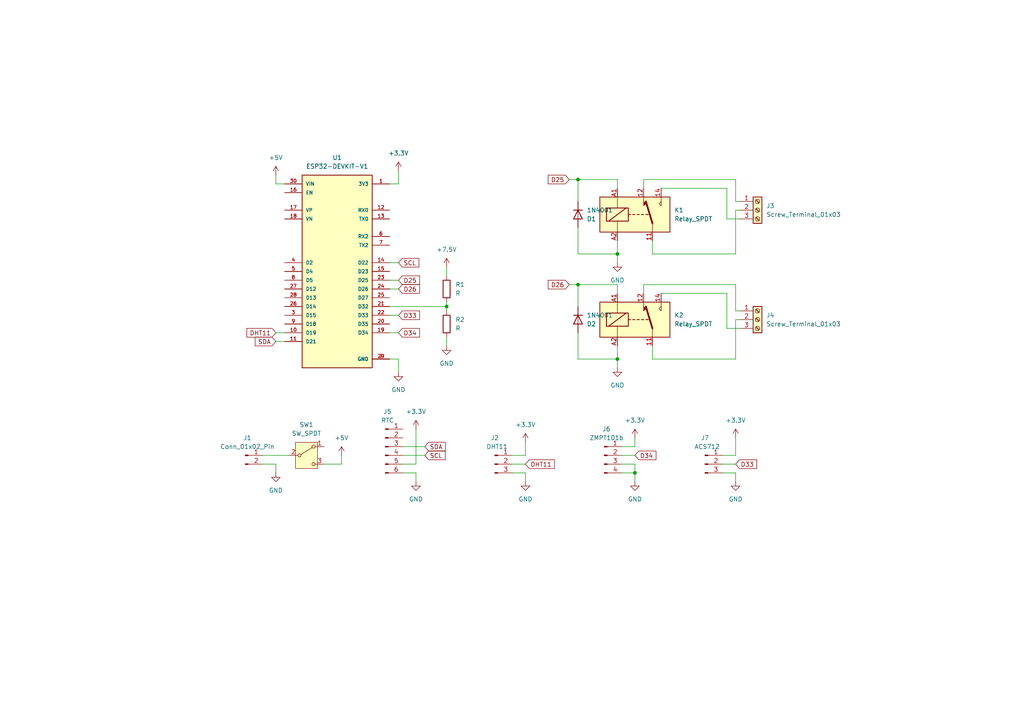
<source format=kicad_sch>
(kicad_sch (version 20231120) (generator "eeschema") (generator_version "8.0")
  (paper "A4")
  (title_block (title "SMART BUILDING") (date "2024-10-28") (company "GriyaTech") (comment 3 " "))
  (lib_symbols
    (symbol "Connector:Conn_01x02_Pin" (pin_names (offset 1.016) hide)
      (property "Reference" "J" (at 0 2.54 0))
      (property "Value" "Conn_01x02_Pin" (at 0 -5.08 0))
      (symbol "Conn_01x02_Pin_1_1"
        (polyline (pts (xy 1.27 -2.54) (xy 0.8636 -2.54)) (stroke (width 0.1524)))
        (polyline (pts (xy 1.27 0) (xy 0.8636 0)) (stroke (width 0.1524)))
        (rectangle (start 0.8636 -2.413) (end 0 -2.667) (stroke (width 0.1524)) (fill (type outline)))
        (rectangle (start 0.8636 0.127) (end 0 -0.127) (stroke (width 0.1524)) (fill (type outline)))
        (pin passive line (at 5.08 0 180) (length 3.81) (name "Pin_1") (number "1"))
        (pin passive line (at 5.08 -2.54 180) (length 3.81) (name "Pin_2") (number "2"))
      )
    )
    (symbol "Connector:Conn_01x03_Pin" (pin_names (offset 1.016) hide)
      (property "Reference" "J" (at 0 5.08 0))
      (property "Value" "Conn_01x03_Pin" (at 0 -5.08 0))
      (symbol "Conn_01x03_Pin_1_1"
        (polyline (pts (xy 1.27 -2.54) (xy 0.8636 -2.54)) (stroke (width 0.1524)))
        (polyline (pts (xy 1.27 0) (xy 0.8636 0)) (stroke (width 0.1524)))
        (polyline (pts (xy 1.27 2.54) (xy 0.8636 2.54)) (stroke (width 0.1524)))
        (rectangle (start 0.8636 -2.413) (end 0 -2.667) (stroke (width 0.1524)) (fill (type outline)))
        (rectangle (start 0.8636 0.127) (end 0 -0.127) (stroke (width 0.1524)) (fill (type outline)))
        (rectangle (start 0.8636 2.667) (end 0 2.413) (stroke (width 0.1524)) (fill (type outline)))
        (pin passive line (at 5.08 2.54 180) (length 3.81) (name "Pin_1") (number "1"))
        (pin passive line (at 5.08 0 180) (length 3.81) (name "Pin_2") (number "2"))
        (pin passive line (at 5.08 -2.54 180) (length 3.81) (name "Pin_3") (number "3"))
      )
    )
    (symbol "Connector:Conn_01x04_Pin" (pin_names (offset 1.016) hide)
      (property "Reference" "J" (at 0 5.08 0))
      (property "Value" "Conn_01x04_Pin" (at 0 -7.62 0))
      (symbol "Conn_01x04_Pin_1_1"
        (polyline (pts (xy 1.27 -5.08) (xy 0.8636 -5.08)) (stroke (width 0.1524)))
        (polyline (pts (xy 1.27 -2.54) (xy 0.8636 -2.54)) (stroke (width 0.1524)))
        (polyline (pts (xy 1.27 0) (xy 0.8636 0)) (stroke (width 0.1524)))
        (polyline (pts (xy 1.27 2.54) (xy 0.8636 2.54)) (stroke (width 0.1524)))
        (rectangle (start 0.8636 -4.953) (end 0 -5.207) (stroke (width 0.1524)) (fill (type outline)))
        (rectangle (start 0.8636 -2.413) (end 0 -2.667) (stroke (width 0.1524)) (fill (type outline)))
        (rectangle (start 0.8636 0.127) (end 0 -0.127) (stroke (width 0.1524)) (fill (type outline)))
        (rectangle (start 0.8636 2.667) (end 0 2.413) (stroke (width 0.1524)) (fill (type outline)))
        (pin passive line (at 5.08 2.54 180) (length 3.81) (name "Pin_1") (number "1"))
        (pin passive line (at 5.08 0 180) (length 3.81) (name "Pin_2") (number "2"))
        (pin passive line (at 5.08 -2.54 180) (length 3.81) (name "Pin_3") (number "3"))
        (pin passive line (at 5.08 -5.08 180) (length 3.81) (name "Pin_4") (number "4"))
      )
    )
    (symbol "Connector:Conn_01x06_Pin" (pin_names (offset 1.016) hide)
      (property "Reference" "J" (at 0 7.62 0))
      (property "Value" "Conn_01x06_Pin" (at 0 -10.16 0))
      (symbol "Conn_01x06_Pin_1_1"
        (polyline (pts (xy 1.27 -7.62) (xy 0.8636 -7.62)) (stroke (width 0.1524)))
        (polyline (pts (xy 1.27 -5.08) (xy 0.8636 -5.08)) (stroke (width 0.1524)))
        (polyline (pts (xy 1.27 -2.54) (xy 0.8636 -2.54)) (stroke (width 0.1524)))
        (polyline (pts (xy 1.27 0) (xy 0.8636 0)) (stroke (width 0.1524)))
        (polyline (pts (xy 1.27 2.54) (xy 0.8636 2.54)) (stroke (width 0.1524)))
        (polyline (pts (xy 1.27 5.08) (xy 0.8636 5.08)) (stroke (width 0.1524)))
        (rectangle (start 0.8636 -7.493) (end 0 -7.747) (stroke (width 0.1524)) (fill (type outline)))
        (rectangle (start 0.8636 -4.953) (end 0 -5.207) (stroke (width 0.1524)) (fill (type outline)))
        (rectangle (start 0.8636 -2.413) (end 0 -2.667) (stroke (width 0.1524)) (fill (type outline)))
        (rectangle (start 0.8636 0.127) (end 0 -0.127) (stroke (width 0.1524)) (fill (type outline)))
        (rectangle (start 0.8636 2.667) (end 0 2.413) (stroke (width 0.1524)) (fill (type outline)))
        (rectangle (start 0.8636 5.207) (end 0 4.953) (stroke (width 0.1524)) (fill (type outline)))
        (pin passive line (at 5.08 5.08 180) (length 3.81) (name "Pin_1") (number "1"))
        (pin passive line (at 5.08 2.54 180) (length 3.81) (name "Pin_2") (number "2"))
        (pin passive line (at 5.08 0 180) (length 3.81) (name "Pin_3") (number "3"))
        (pin passive line (at 5.08 -2.54 180) (length 3.81) (name "Pin_4") (number "4"))
        (pin passive line (at 5.08 -5.08 180) (length 3.81) (name "Pin_5") (number "5"))
        (pin passive line (at 5.08 -7.62 180) (length 3.81) (name "Pin_6") (number "6"))
      )
    )
    (symbol "Connector:Screw_Terminal_01x03" (pin_names (offset 1.016) hide)
      (property "Reference" "J" (at 0 5.08 0))
      (property "Value" "Screw_Terminal_01x03" (at 0 -5.08 0))
      (symbol "Screw_Terminal_01x03_1_1"
        (rectangle (start -1.27 3.81) (end 1.27 -3.81) (stroke (width 0.254)) (fill (type background)))
        (circle (center 0 -2.54) (radius 0.635) (stroke (width 0.1524)))
        (polyline (pts (xy -0.5334 -2.2098) (xy 0.3302 -3.048)) (stroke (width 0.1524)))
        (polyline (pts (xy -0.5334 0.3302) (xy 0.3302 -0.508)) (stroke (width 0.1524)))
        (polyline (pts (xy -0.5334 2.8702) (xy 0.3302 2.032)) (stroke (width 0.1524)))
        (polyline (pts (xy -0.3556 -2.032) (xy 0.508 -2.8702)) (stroke (width 0.1524)))
        (polyline (pts (xy -0.3556 0.508) (xy 0.508 -0.3302)) (stroke (width 0.1524)))
        (polyline (pts (xy -0.3556 3.048) (xy 0.508 2.2098)) (stroke (width 0.1524)))
        (circle (center 0 0) (radius 0.635) (stroke (width 0.1524)))
        (circle (center 0 2.54) (radius 0.635) (stroke (width 0.1524)))
        (pin passive line (at -5.08 2.54 0) (length 3.81) (name "Pin_1") (number "1"))
        (pin passive line (at -5.08 0 0) (length 3.81) (name "Pin_2") (number "2"))
        (pin passive line (at -5.08 -2.54 0) (length 3.81) (name "Pin_3") (number "3"))
      )
    )
    (symbol "Device:R" (pin_numbers hide) (pin_names (offset 0))
      (property "Reference" "R" (at 2.032 0 90))
      (property "Value" "R" (at 0 0 90))
      (symbol "R_0_1"
        (rectangle (start -1.016 -2.54) (end 1.016 2.54) (stroke (width 0.254)))
      )
      (symbol "R_1_1"
        (pin passive line (at 0 3.81 270) (length 1.27) (name "~") (number "1"))
        (pin passive line (at 0 -3.81 90) (length 1.27) (name "~") (number "2"))
      )
    )
    (symbol "Diode:1N4001" (pin_numbers hide) (pin_names hide)
      (property "Reference" "D" (at 0 2.54 0))
      (property "Value" "1N4001" (at 0 -2.54 0))
      (symbol "1N4001_0_1"
        (polyline (pts (xy -1.27 1.27) (xy -1.27 -1.27)) (stroke (width 0.254)))
        (polyline (pts (xy 1.27 0) (xy -1.27 0)))
        (polyline (pts (xy 1.27 1.27) (xy 1.27 -1.27) (xy -1.27 0) (xy 1.27 1.27)) (stroke (width 0.254)))
      )
      (symbol "1N4001_1_1"
        (pin passive line (at -3.81 0 0) (length 2.54) (name "K") (number "1"))
        (pin passive line (at 3.81 0 180) (length 2.54) (name "A") (number "2"))
      )
    )
    (symbol "ESP32-DEVKIT-V1:ESP32-DEVKIT-V1" (pin_names (offset 1.016))
      (property "Reference" "U" (at -10.16 30.48 0))
      (property "Value" "ESP32-DEVKIT-V1" (at -10.16 -30.48 0))
      (symbol "ESP32-DEVKIT-V1_0_0"
        (rectangle (start -10.16 -27.94) (end 10.16 27.94) (stroke (width 0.254)) (fill (type background)))
        (pin output line (at 15.24 25.4 180) (length 5.08) (name "3V3") (number "1"))
        (pin bidirectional line (at -15.24 -17.78 0) (length 5.08) (name "D19") (number "10"))
        (pin bidirectional line (at -15.24 -20.32 0) (length 5.08) (name "D21") (number "11"))
        (pin input line (at 15.24 17.78 180) (length 5.08) (name "RX0") (number "12"))
        (pin output line (at 15.24 15.24 180) (length 5.08) (name "TX0") (number "13"))
        (pin bidirectional line (at 15.24 2.54 180) (length 5.08) (name "D22") (number "14"))
        (pin bidirectional line (at 15.24 0 180) (length 5.08) (name "D23") (number "15"))
        (pin input line (at -15.24 22.86 0) (length 5.08) (name "EN") (number "16"))
        (pin bidirectional line (at -15.24 17.78 0) (length 5.08) (name "VP") (number "17"))
        (pin bidirectional line (at -15.24 15.24 0) (length 5.08) (name "VN") (number "18"))
        (pin bidirectional line (at 15.24 -17.78 180) (length 5.08) (name "D34") (number "19"))
        (pin power_in line (at 15.24 -25.4 180) (length 5.08) (name "GND") (number "2"))
        (pin bidirectional line (at 15.24 -15.24 180) (length 5.08) (name "D35") (number "20"))
        (pin bidirectional line (at 15.24 -10.16 180) (length 5.08) (name "D32") (number "21"))
        (pin bidirectional line (at 15.24 -12.7 180) (length 5.08) (name "D33") (number "22"))
        (pin bidirectional line (at 15.24 -2.54 180) (length 5.08) (name "D25") (number "23"))
        (pin bidirectional line (at 15.24 -5.08 180) (length 5.08) (name "D26") (number "24"))
        (pin bidirectional line (at 15.24 -7.62 180) (length 5.08) (name "D27") (number "25"))
        (pin bidirectional line (at -15.24 -10.16 0) (length 5.08) (name "D14") (number "26"))
        (pin bidirectional line (at -15.24 -5.08 0) (length 5.08) (name "D12") (number "27"))
        (pin bidirectional line (at -15.24 -7.62 0) (length 5.08) (name "D13") (number "28"))
        (pin power_in line (at 15.24 -25.4 180) (length 5.08) (name "GND") (number "29"))
        (pin bidirectional line (at -15.24 -12.7 0) (length 5.08) (name "D15") (number "3"))
        (pin input line (at -15.24 25.4 0) (length 5.08) (name "VIN") (number "30"))
        (pin bidirectional line (at -15.24 2.54 0) (length 5.08) (name "D2") (number "4"))
        (pin bidirectional line (at -15.24 0 0) (length 5.08) (name "D4") (number "5"))
        (pin input line (at 15.24 10.16 180) (length 5.08) (name "RX2") (number "6"))
        (pin output line (at 15.24 7.62 180) (length 5.08) (name "TX2") (number "7"))
        (pin bidirectional line (at -15.24 -2.54 0) (length 5.08) (name "D5") (number "8"))
        (pin bidirectional line (at -15.24 -15.24 0) (length 5.08) (name "D18") (number "9"))
      )
    )
    (symbol "Relay:Relay_SPDT"
      (property "Reference" "K" (at 11.43 3.81 0))
      (property "Value" "Relay_SPDT" (at 11.43 1.27 0))
      (symbol "Relay_SPDT_0_0"
        (polyline (pts (xy 7.62 5.08) (xy 7.62 2.54) (xy 6.985 3.175) (xy 7.62 3.81)))
      )
      (symbol "Relay_SPDT_0_1"
        (rectangle (start -10.16 5.08) (end 10.16 -5.08) (stroke (width 0.254)) (fill (type background)))
        (rectangle (start -8.255 1.905) (end -1.905 -1.905) (stroke (width 0.254)))
        (polyline (pts (xy -7.62 -1.905) (xy -2.54 1.905)) (stroke (width 0.254)))
        (polyline (pts (xy -5.08 -5.08) (xy -5.08 -1.905)))
        (polyline (pts (xy -5.08 5.08) (xy -5.08 1.905)))
        (polyline (pts (xy -1.905 0) (xy -1.27 0)) (stroke (width 0.254)))
        (polyline (pts (xy -0.635 0) (xy 0 0)) (stroke (width 0.254)))
        (polyline (pts (xy 0.635 0) (xy 1.27 0)) (stroke (width 0.254)))
        (polyline (pts (xy 1.905 0) (xy 2.54 0)) (stroke (width 0.254)))
        (polyline (pts (xy 3.175 0) (xy 3.81 0)) (stroke (width 0.254)))
        (polyline (pts (xy 5.08 -2.54) (xy 3.175 3.81)) (stroke (width 0.508)))
        (polyline (pts (xy 5.08 -2.54) (xy 5.08 -5.08)))
        (polyline (pts (xy 2.54 5.08) (xy 2.54 2.54) (xy 3.175 3.175) (xy 2.54 3.81)) (fill (type outline)))
      )
      (symbol "Relay_SPDT_1_1"
        (pin passive line (at 5.08 -7.62 90) (length 2.54) (name "~") (number "11"))
        (pin passive line (at 2.54 7.62 270) (length 2.54) (name "~") (number "12"))
        (pin passive line (at 7.62 7.62 270) (length 2.54) (name "~") (number "14"))
        (pin passive line (at -5.08 7.62 270) (length 2.54) (name "~") (number "A1"))
        (pin passive line (at -5.08 -7.62 90) (length 2.54) (name "~") (number "A2"))
      )
    )
    (symbol "Switch:SW_SPDT" (pin_names (offset 0) hide)
      (property "Reference" "SW" (at 0 5.08 0))
      (property "Value" "SW_SPDT" (at 0 -5.08 0))
      (symbol "SW_SPDT_0_1"
        (circle (center -2.032 0) (radius 0.4572))
        (polyline (pts (xy -1.651 0.254) (xy 1.651 2.286)))
        (circle (center 2.032 -2.54) (radius 0.4572))
        (circle (center 2.032 2.54) (radius 0.4572))
      )
      (symbol "SW_SPDT_1_1"
        (rectangle (start -3.175 3.81) (end 3.175 -3.81) (fill (type background)))
        (pin passive line (at 5.08 2.54 180) (length 2.54) (name "A") (number "1"))
        (pin passive line (at -5.08 0 0) (length 2.54) (name "B") (number "2"))
        (pin passive line (at 5.08 -2.54 180) (length 2.54) (name "C") (number "3"))
      )
    )
    (symbol "power:+3.3V" (power) (pin_names (offset 0))
      (property "Value" "+3.3V" (at 0 3.556 0))
      (symbol "+3.3V_0_1"
        (polyline (pts (xy -0.762 1.27) (xy 0 2.54)))
        (polyline (pts (xy 0 0) (xy 0 2.54)))
        (polyline (pts (xy 0 2.54) (xy 0.762 1.27)))
      )
      (symbol "+3.3V_1_1"
        (pin power_in line (at 0 0 90) (length 0) hide (name "+3.3V") (number "1"))
      )
    )
    (symbol "power:+5V" (power) (pin_names (offset 0))
      (property "Value" "+5V" (at 0 3.556 0))
      (symbol "+5V_0_1"
        (polyline (pts (xy -0.762 1.27) (xy 0 2.54)))
        (polyline (pts (xy 0 0) (xy 0 2.54)))
        (polyline (pts (xy 0 2.54) (xy 0.762 1.27)))
      )
      (symbol "+5V_1_1"
        (pin power_in line (at 0 0 90) (length 0) hide (name "+5V") (number "1"))
      )
    )
    (symbol "power:+7.5V" (power) (pin_numbers hide) (pin_names (offset 0) hide)
      (property "Value" "+7.5V" (at 0 3.556 0))
      (symbol "+7.5V_0_1"
        (polyline (pts (xy -0.762 1.27) (xy 0 2.54)))
        (polyline (pts (xy 0 0) (xy 0 2.54)))
        (polyline (pts (xy 0 2.54) (xy 0.762 1.27)))
      )
      (symbol "+7.5V_1_1"
        (pin power_in line (at 0 0 90) (length 0) (name "~") (number "1"))
      )
    )
    (symbol "power:GND" (power) (pin_names (offset 0))
      (property "Value" "GND" (at 0 -3.81 0))
      (symbol "GND_0_1"
        (polyline (pts (xy 0 0) (xy 0 -1.27) (xy 1.27 -1.27) (xy 0 -2.54) (xy -1.27 -1.27) (xy 0 -1.27)))
      )
      (symbol "GND_1_1"
        (pin power_in line (at 0 0 270) (length 0) hide (name "GND") (number "1"))
      )
    )
  )
  (junction (at 179.07 104.14))
  (junction (at 167.64 82.55))
  (junction (at 129.54 88.9))
  (junction (at 167.64 52.07))
  (junction (at 184.15 137.16))
  (junction (at 179.07 73.66))
  (wire (pts (xy 167.64 52.07) (xy 167.64 58.42)))
  (wire (pts (xy 113.03 81.28) (xy 115.57 81.28)))
  (wire (pts (xy 76.2 134.62) (xy 80.01 134.62)))
  (wire (pts (xy 213.36 52.07) (xy 186.69 52.07)))
  (wire (pts (xy 99.06 134.62) (xy 99.06 132.08)))
  (wire (pts (xy 213.36 132.08) (xy 213.36 127)))
  (wire (pts (xy 214.63 92.71) (xy 213.36 92.71)))
  (wire (pts (xy 180.34 132.08) (xy 184.15 132.08)))
  (wire (pts (xy 167.64 88.9) (xy 167.64 82.55)))
  (wire (pts (xy 115.57 107.95) (xy 115.57 104.14)))
  (wire (pts (xy 113.03 76.2) (xy 115.57 76.2)))
  (wire (pts (xy 179.07 52.07) (xy 179.07 54.61)))
  (wire (pts (xy 213.36 60.96) (xy 213.36 73.66)))
  (wire (pts (xy 93.98 134.62) (xy 99.06 134.62)))
  (wire (pts (xy 115.57 104.14) (xy 113.03 104.14)))
  (wire (pts (xy 189.23 104.14) (xy 189.23 100.33)))
  (wire (pts (xy 213.36 58.42) (xy 213.36 52.07)))
  (wire (pts (xy 116.84 137.16) (xy 120.65 137.16)))
  (wire (pts (xy 189.23 73.66) (xy 189.23 69.85)))
  (wire (pts (xy 80.01 96.52) (xy 82.55 96.52)))
  (wire (pts (xy 209.55 137.16) (xy 213.36 137.16)))
  (wire (pts (xy 213.36 82.55) (xy 213.36 90.17)))
  (wire (pts (xy 80.01 99.06) (xy 82.55 99.06)))
  (wire (pts (xy 116.84 129.54) (xy 123.19 129.54)))
  (wire (pts (xy 148.59 134.62) (xy 152.4 134.62)))
  (wire (pts (xy 214.63 90.17) (xy 213.36 90.17)))
  (wire (pts (xy 152.4 137.16) (xy 152.4 139.7)))
  (wire (pts (xy 129.54 77.47) (xy 129.54 80.01)))
  (wire (pts (xy 120.65 137.16) (xy 120.65 139.7)))
  (wire (pts (xy 80.01 134.62) (xy 80.01 137.16)))
  (wire (pts (xy 179.07 100.33) (xy 179.07 104.14)))
  (wire (pts (xy 179.07 104.14) (xy 179.07 106.68)))
  (wire (pts (xy 210.82 63.5) (xy 210.82 54.61)))
  (wire (pts (xy 184.15 134.62) (xy 184.15 137.16)))
  (wire (pts (xy 115.57 53.34) (xy 113.03 53.34)))
  (wire (pts (xy 129.54 88.9) (xy 129.54 90.17)))
  (wire (pts (xy 152.4 132.08) (xy 152.4 128.27)))
  (wire (pts (xy 115.57 49.53) (xy 115.57 53.34)))
  (wire (pts (xy 167.64 52.07) (xy 179.07 52.07)))
  (wire (pts (xy 120.65 134.62) (xy 116.84 134.62)))
  (wire (pts (xy 148.59 132.08) (xy 152.4 132.08)))
  (wire (pts (xy 213.36 82.55) (xy 186.69 82.55)))
  (wire (pts (xy 113.03 91.44) (xy 115.57 91.44)))
  (wire (pts (xy 113.03 83.82) (xy 115.57 83.82)))
  (wire (pts (xy 213.36 73.66) (xy 189.23 73.66)))
  (wire (pts (xy 165.1 52.07) (xy 167.64 52.07)))
  (wire (pts (xy 148.59 137.16) (xy 152.4 137.16)))
  (wire (pts (xy 167.64 73.66) (xy 179.07 73.66)))
  (wire (pts (xy 210.82 85.09) (xy 191.77 85.09)))
  (wire (pts (xy 214.63 95.25) (xy 210.82 95.25)))
  (wire (pts (xy 214.63 58.42) (xy 213.36 58.42)))
  (wire (pts (xy 180.34 129.54) (xy 184.15 129.54)))
  (wire (pts (xy 213.36 104.14) (xy 189.23 104.14)))
  (wire (pts (xy 167.64 104.14) (xy 179.07 104.14)))
  (wire (pts (xy 191.77 54.61) (xy 210.82 54.61)))
  (wire (pts (xy 213.36 92.71) (xy 213.36 104.14)))
  (wire (pts (xy 120.65 124.46) (xy 120.65 134.62)))
  (wire (pts (xy 129.54 97.79) (xy 129.54 100.33)))
  (wire (pts (xy 180.34 134.62) (xy 184.15 134.62)))
  (wire (pts (xy 80.01 50.8) (xy 80.01 53.34)))
  (wire (pts (xy 186.69 52.07) (xy 186.69 54.61)))
  (wire (pts (xy 214.63 63.5) (xy 210.82 63.5)))
  (wire (pts (xy 209.55 134.62) (xy 213.36 134.62)))
  (wire (pts (xy 214.63 60.96) (xy 213.36 60.96)))
  (wire (pts (xy 113.03 96.52) (xy 115.57 96.52)))
  (wire (pts (xy 180.34 137.16) (xy 184.15 137.16)))
  (wire (pts (xy 167.64 82.55) (xy 179.07 82.55)))
  (wire (pts (xy 113.03 88.9) (xy 129.54 88.9)))
  (wire (pts (xy 167.64 66.04) (xy 167.64 73.66)))
  (wire (pts (xy 179.07 73.66) (xy 179.07 69.85)))
  (wire (pts (xy 179.07 73.66) (xy 179.07 76.2)))
  (wire (pts (xy 184.15 137.16) (xy 184.15 139.7)))
  (wire (pts (xy 210.82 95.25) (xy 210.82 85.09)))
  (wire (pts (xy 129.54 87.63) (xy 129.54 88.9)))
  (wire (pts (xy 165.1 82.55) (xy 167.64 82.55)))
  (wire (pts (xy 209.55 132.08) (xy 213.36 132.08)))
  (wire (pts (xy 116.84 132.08) (xy 123.19 132.08)))
  (wire (pts (xy 80.01 53.34) (xy 82.55 53.34)))
  (wire (pts (xy 186.69 82.55) (xy 186.69 85.09)))
  (wire (pts (xy 179.07 82.55) (xy 179.07 85.09)))
  (wire (pts (xy 167.64 96.52) (xy 167.64 104.14)))
  (wire (pts (xy 213.36 137.16) (xy 213.36 139.7)))
  (wire (pts (xy 76.2 132.08) (xy 83.82 132.08)))
  (wire (pts (xy 184.15 129.54) (xy 184.15 127)))
  (global_label "SCL" (shape input) (at 115.57 76.2 0) (property "Intersheetrefs" "${INTERSHEET_REFS}" (effects (hide yes))))
  (global_label "D34" (shape input) (at 184.15 132.08 0) (property "Intersheetrefs" "${INTERSHEET_REFS}" (effects (hide yes))))
  (global_label "D25" (shape input) (at 165.1 52.07 180) (property "Intersheetrefs" "${INTERSHEET_REFS}" (effects (hide yes))))
  (global_label "D25" (shape input) (at 115.57 81.28 0) (property "Intersheetrefs" "${INTERSHEET_REFS}" (effects (hide yes))))
  (global_label "D26" (shape input) (at 115.57 83.82 0) (property "Intersheetrefs" "${INTERSHEET_REFS}" (effects (hide yes))))
  (global_label "D26" (shape input) (at 165.1 82.55 180) (property "Intersheetrefs" "${INTERSHEET_REFS}" (effects (hide yes))))
  (global_label "DHT11" (shape input) (at 152.4 134.62 0) (property "Intersheetrefs" "${INTERSHEET_REFS}" (effects (hide yes))))
  (global_label "D34" (shape input) (at 115.57 96.52 0) (property "Intersheetrefs" "${INTERSHEET_REFS}" (effects (hide yes))))
  (global_label "D33" (shape input) (at 213.36 134.62 0) (property "Intersheetrefs" "${INTERSHEET_REFS}" (effects (hide yes))))
  (global_label "SDA" (shape input) (at 123.19 129.54 0) (property "Intersheetrefs" "${INTERSHEET_REFS}" (effects (hide yes))))
  (global_label "SCL" (shape input) (at 123.19 132.08 0) (property "Intersheetrefs" "${INTERSHEET_REFS}" (effects (hide yes))))
  (global_label "DHT11" (shape input) (at 80.01 96.52 180) (property "Intersheetrefs" "${INTERSHEET_REFS}" (effects (hide yes))))
  (global_label "D33" (shape input) (at 115.57 91.44 0) (property "Intersheetrefs" "${INTERSHEET_REFS}" (effects (hide yes))))
  (global_label "SDA" (shape input) (at 80.01 99.06 180) (property "Intersheetrefs" "${INTERSHEET_REFS}" (effects (hide yes))))
  (symbol (lib_id "Connector:Conn_01x04_Pin") (at 175.26 132.08 0) (unit 1)
    (property "Reference" "J6" (at 175.895 124.46 0))
    (property "Value" "ZMPT101b" (at 175.895 127 0))
    (property "Footprint" "Connector_PinHeader_2.54mm:PinHeader_1x04_P2.54mm_Vertical" (effects (hide yes)))
  )
  (symbol (lib_id "power:GND") (at 129.54 100.33 0) (unit 1)
    (property "Reference" "#PWR016" (effects (hide yes)))
    (property "Value" "GND" (at 129.54 105.41 0))
  )
  (symbol (lib_id "power:+3.3V") (at 120.65 124.46 0) (unit 1)
    (property "Reference" "#PWR013" (effects (hide yes)))
    (property "Value" "+3.3V" (at 120.65 119.38 0))
  )
  (symbol (lib_id "Connector:Conn_01x03_Pin") (at 143.51 134.62 0) (unit 1)
    (property "Reference" "J2" (at 143.51 127 0))
    (property "Value" "DHT11" (at 144.145 129.54 0))
    (property "Footprint" "Connector_PinHeader_2.54mm:PinHeader_1x03_P2.54mm_Vertical" (effects (hide yes)))
  )
  (symbol (lib_id "power:GND") (at 152.4 139.7 0) (unit 1)
    (property "Reference" "#PWR05" (effects (hide yes)))
    (property "Value" "GND" (at 152.4 144.78 0))
  )
  (symbol (lib_id "power:GND") (at 115.57 107.95 0) (unit 1)
    (property "Reference" "#PWR01" (effects (hide yes)))
    (property "Value" "GND" (at 115.57 113.03 0))
  )
  (symbol (lib_id "Connector:Conn_01x03_Pin") (at 204.47 134.62 0) (unit 1)
    (property "Reference" "J7" (at 204.47 127 0))
    (property "Value" "ACS712" (at 205.105 129.54 0))
    (property "Footprint" "Connector_PinHeader_2.54mm:PinHeader_1x03_P2.54mm_Vertical" (effects (hide yes)))
  )
  (symbol (lib_id "power:+3.3V") (at 152.4 128.27 0) (unit 1)
    (property "Reference" "#PWR02" (effects (hide yes)))
    (property "Value" "+3.3V" (at 152.4 123.19 0))
  )
  (symbol (lib_id "Connector:Conn_01x02_Pin") (at 71.12 132.08 0) (unit 1)
    (property "Reference" "J1" (at 71.755 127 0))
    (property "Value" "Conn_01x02_Pin" (at 71.755 129.54 0))
    (property "Footprint" "Connector_JST:JST_EH_B2B-EH-A_1x02_P2.50mm_Vertical" (effects (hide yes)))
  )
  (symbol (lib_id "power:+7.5V") (at 129.54 77.47 0) (unit 1)
    (property "Reference" "#PWR017" (effects (hide yes)))
    (property "Value" "+7.5V" (at 129.54 72.39 0))
    (property "Description" "Power symbol creates a global label with name \"+7.5V\"" (effects (hide yes)))
  )
  (symbol (lib_id "Device:R") (at 129.54 93.98 0) (unit 1)
    (property "Reference" "R2" (at 132.08 92.7099 0) (effects (justify left)))
    (property "Value" "R" (at 132.08 95.2499 0) (effects (justify left)))
    (property "Footprint" "Resistor_THT:R_Axial_DIN0207_L6.3mm_D2.5mm_P10.16mm_Horizontal" (effects (hide yes)))
    (property "Description" "Resistor" (effects (hide yes)))
  )
  (symbol (lib_id "Diode:1N4001") (at 167.64 62.23 90) (mirror x) (unit 1)
    (property "Reference" "D1" (at 170.18 63.5 90) (effects (justify right)))
    (property "Value" "1N4001" (at 170.18 60.96 90) (effects (justify right)))
    (property "Footprint" "Diode_THT:D_DO-41_SOD81_P10.16mm_Horizontal" (effects (hide yes)))
    (property "Datasheet" "http://www.vishay.com/docs/88503/1n4001.pdf" (effects (hide yes)))
    (property "Sim.Device" "D" (effects (hide yes)))
    (property "Sim.Pins" "1=K 2=A" (effects (hide yes)))
  )
  (symbol (lib_id "power:+3.3V") (at 115.57 49.53 0) (unit 1)
    (property "Reference" "#PWR08" (effects (hide yes)))
    (property "Value" "+3.3V" (at 115.57 44.45 0))
  )
  (symbol (lib_id "power:+3.3V") (at 213.36 127 0) (unit 1)
    (property "Reference" "#PWR010" (effects (hide yes)))
    (property "Value" "+3.3V" (at 213.36 121.92 0))
  )
  (symbol (lib_id "Connector:Screw_Terminal_01x03") (at 219.71 92.71 0) (unit 1)
    (property "Reference" "J4" (at 222.25 91.44 0) (effects (justify left)))
    (property "Value" "Screw_Terminal_01x03" (at 222.25 93.98 0) (effects (justify left)))
    (property "Footprint" "TerminalBlock:TerminalBlock_Altech_AK300-3_P5.00mm" (effects (hide yes)))
  )
  (symbol (lib_id "Diode:1N4001") (at 167.64 92.71 90) (mirror x) (unit 1)
    (property "Reference" "D2" (at 170.18 93.98 90) (effects (justify right)))
    (property "Value" "1N4001" (at 170.18 91.44 90) (effects (justify right)))
    (property "Footprint" "Diode_THT:D_DO-41_SOD81_P10.16mm_Horizontal" (effects (hide yes)))
    (property "Datasheet" "http://www.vishay.com/docs/88503/1n4001.pdf" (effects (hide yes)))
    (property "Sim.Device" "D" (effects (hide yes)))
    (property "Sim.Pins" "1=K 2=A" (effects (hide yes)))
  )
  (symbol (lib_id "Relay:Relay_SPDT") (at 184.15 92.71 0) (unit 1)
    (property "Reference" "K2" (at 195.58 91.44 0) (effects (justify left)))
    (property "Value" "Relay_SPDT" (at 195.58 93.98 0) (effects (justify left)))
    (property "Footprint" "Relay_THT:Relay_SPDT_Finder_36.11" (effects (hide yes)))
  )
  (symbol (lib_id "ESP32-DEVKIT-V1:ESP32-DEVKIT-V1") (at 97.79 78.74 0) (unit 1)
    (property "Reference" "U1" (at 97.79 45.72 0))
    (property "Value" "ESP32-DEVKIT-V1" (at 97.79 48.26 0))
    (property "Footprint" "ESP32-DEVKIT-V1:MODULE_ESP32_DEVKIT_V1" (effects (hide yes)))
    (property "Description" "\nDual core, Wi-Fi: 2.4 GHz up to 150 Mbits/s,BLE (Bluetooth Low Energy) and legacy Bluetooth, 32 bits, Up to 240 MHz\n" (effects (hide yes)))
    (property "MF" "Do it" (effects (hide yes)))
    (property "MAXIMUM_PACKAGE_HEIGHT" "6.8 mm" (effects (hide yes)))
    (property "Package" "None" (effects (hide yes)))
    (property "Price" "None" (effects (hide yes)))
    (property "Check_prices" "https://www.snapeda.com/parts/ESP32-DEVKIT-V1/Do+it/view-part/?ref=eda" (effects (hide yes)))
    (property "STANDARD" "Manufacturer Recommendations" (effects (hide yes)))
    (property "PARTREV" "N/A" (effects (hide yes)))
    (property "SnapEDA_Link" "https://www.snapeda.com/parts/ESP32-DEVKIT-V1/Do+it/view-part/?ref=snap" (effects (hide yes)))
    (property "MP" "ESP32-DEVKIT-V1" (effects (hide yes)))
    (property "Availability" "Not in stock" (effects (hide yes)))
    (property "MANUFACTURER" "DOIT" (effects (hide yes)))
  )
  (symbol (lib_id "Connector:Screw_Terminal_01x03") (at 219.71 60.96 0) (unit 1)
    (property "Reference" "J3" (at 222.25 59.69 0) (effects (justify left)))
    (property "Value" "Screw_Terminal_01x03" (at 222.25 62.23 0) (effects (justify left)))
    (property "Footprint" "TerminalBlock:TerminalBlock_Altech_AK300-3_P5.00mm" (effects (hide yes)))
  )
  (symbol (lib_id "power:GND") (at 213.36 139.7 0) (unit 1)
    (property "Reference" "#PWR012" (effects (hide yes)))
    (property "Value" "GND" (at 213.36 144.78 0))
  )
  (symbol (lib_id "power:GND") (at 179.07 76.2 0) (unit 1)
    (property "Reference" "#PWR07" (effects (hide yes)))
    (property "Value" "GND" (at 179.07 81.28 0))
  )
  (symbol (lib_id "power:GND") (at 80.01 137.16 0) (unit 1)
    (property "Reference" "#PWR015" (effects (hide yes)))
    (property "Value" "GND" (at 80.01 142.24 0))
  )
  (symbol (lib_id "power:+5V") (at 99.06 132.08 0) (unit 1)
    (property "Reference" "#PWR014" (effects (hide yes)))
    (property "Value" "+5V" (at 99.06 127 0))
  )
  (symbol (lib_id "power:GND") (at 184.15 139.7 0) (unit 1)
    (property "Reference" "#PWR011" (effects (hide yes)))
    (property "Value" "GND" (at 184.15 144.78 0))
  )
  (symbol (lib_id "power:GND") (at 120.65 139.7 0) (unit 1)
    (property "Reference" "#PWR03" (effects (hide yes)))
    (property "Value" "GND" (at 120.65 144.78 0))
  )
  (symbol (lib_id "Connector:Conn_01x06_Pin") (at 111.76 129.54 0) (unit 1)
    (property "Reference" "J5" (at 112.395 119.38 0))
    (property "Value" "RTC" (at 112.395 121.92 0))
    (property "Footprint" "Connector_PinHeader_2.54mm:PinHeader_1x06_P2.54mm_Vertical" (effects (hide yes)))
  )
  (symbol (lib_id "power:+5V") (at 80.01 50.8 0) (unit 1)
    (property "Reference" "#PWR04" (effects (hide yes)))
    (property "Value" "+5V" (at 80.01 45.72 0))
  )
  (symbol (lib_id "Relay:Relay_SPDT") (at 184.15 62.23 0) (unit 1)
    (property "Reference" "K1" (at 195.58 60.96 0) (effects (justify left)))
    (property "Value" "Relay_SPDT" (at 195.58 63.5 0) (effects (justify left)))
    (property "Footprint" "Relay_THT:Relay_SPDT_Finder_36.11" (effects (hide yes)))
  )
  (symbol (lib_id "Device:R") (at 129.54 83.82 0) (unit 1)
    (property "Reference" "R1" (at 132.08 82.5499 0) (effects (justify left)))
    (property "Value" "R" (at 132.08 85.0899 0) (effects (justify left)))
    (property "Footprint" "Resistor_THT:R_Axial_DIN0207_L6.3mm_D2.5mm_P10.16mm_Horizontal" (effects (hide yes)))
    (property "Description" "Resistor" (effects (hide yes)))
  )
  (symbol (lib_id "power:GND") (at 179.07 106.68 0) (unit 1)
    (property "Reference" "#PWR06" (effects (hide yes)))
    (property "Value" "GND" (at 179.07 111.76 0))
  )
  (symbol (lib_id "Switch:SW_SPDT") (at 88.9 132.08 0) (unit 1)
    (property "Reference" "SW1" (at 88.9 123.19 0))
    (property "Value" "SW_SPDT" (at 88.9 125.73 0))
    (property "Footprint" "Button_Switch_THT:SW_Slide-03_Wuerth-WS-SLTV_10x2.5x6.4_P2.54mm" (effects (hide yes)))
  )
  (symbol (lib_id "power:+3.3V") (at 184.15 127 0) (unit 1)
    (property "Reference" "#PWR09" (effects (hide yes)))
    (property "Value" "+3.3V" (at 184.15 121.92 0))
  )
)
</source>
